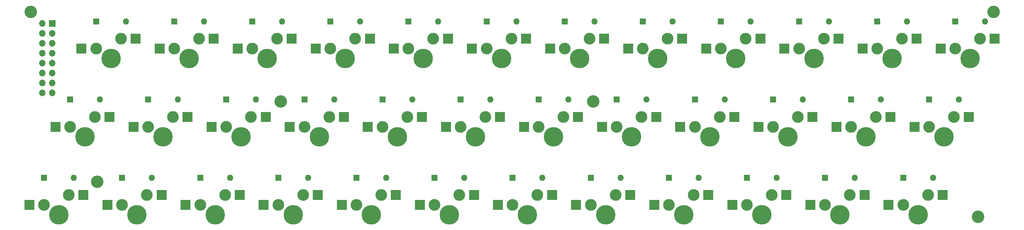
<source format=gbr>
%TF.GenerationSoftware,KiCad,Pcbnew,8.0.6*%
%TF.CreationDate,2026-02-10T22:10:34+01:00*%
%TF.ProjectId,keyboard,6b657962-6f61-4726-942e-6b696361645f,rev?*%
%TF.SameCoordinates,Original*%
%TF.FileFunction,Soldermask,Bot*%
%TF.FilePolarity,Negative*%
%FSLAX46Y46*%
G04 Gerber Fmt 4.6, Leading zero omitted, Abs format (unit mm)*
G04 Created by KiCad (PCBNEW 8.0.6) date 2026-02-10 22:10:34*
%MOMM*%
%LPD*%
G01*
G04 APERTURE LIST*
%ADD10C,3.200000*%
%ADD11R,1.600000X1.600000*%
%ADD12O,1.600000X1.600000*%
%ADD13C,3.000000*%
%ADD14C,5.000000*%
%ADD15R,2.550000X2.500000*%
%ADD16R,1.700000X1.700000*%
%ADD17O,1.700000X1.700000*%
G04 APERTURE END LIST*
D10*
%TO.C,REF\u002A\u002A*%
X272500000Y-85000000D03*
%TD*%
D11*
%TO.C,D27*%
X73356667Y-75000000D03*
D12*
X80976667Y-75000000D03*
%TD*%
D11*
%TO.C,D32*%
X173356667Y-75000000D03*
D12*
X180976667Y-75000000D03*
%TD*%
D13*
%TO.C,SW6*%
X146690000Y-41960000D03*
D14*
X150500000Y-44500000D03*
D13*
X153040000Y-39420000D03*
D15*
X142940000Y-41960000D03*
X156790000Y-39420000D03*
%TD*%
D11*
%TO.C,D10*%
X226690000Y-35000000D03*
D12*
X234310000Y-35000000D03*
%TD*%
D11*
%TO.C,D26*%
X53356667Y-75000000D03*
D12*
X60976667Y-75000000D03*
%TD*%
D13*
%TO.C,SW29*%
X113356667Y-81960000D03*
D14*
X117166667Y-84500000D03*
D13*
X119706667Y-79420000D03*
D15*
X109606667Y-81960000D03*
X123456667Y-79420000D03*
%TD*%
D13*
%TO.C,SW35*%
X233356667Y-81960000D03*
D14*
X237166667Y-84500000D03*
D13*
X239706667Y-79420000D03*
D15*
X229606667Y-81960000D03*
X243456667Y-79420000D03*
%TD*%
D11*
%TO.C,D22*%
X220023333Y-55000000D03*
D12*
X227643333Y-55000000D03*
%TD*%
D13*
%TO.C,SW4*%
X106690000Y-41960000D03*
D14*
X110500000Y-44500000D03*
D13*
X113040000Y-39420000D03*
D15*
X102940000Y-41960000D03*
X116790000Y-39420000D03*
%TD*%
D13*
%TO.C,SW13*%
X40023333Y-61960000D03*
D14*
X43833333Y-64500000D03*
D13*
X46373333Y-59420000D03*
D15*
X36273333Y-61960000D03*
X50123333Y-59420000D03*
%TD*%
D13*
%TO.C,SW1*%
X46690000Y-41960000D03*
D14*
X50500000Y-44500000D03*
D13*
X53040000Y-39420000D03*
D15*
X42940000Y-41960000D03*
X56790000Y-39420000D03*
%TD*%
D13*
%TO.C,SW20*%
X180023333Y-61960000D03*
D14*
X183833333Y-64500000D03*
D13*
X186373333Y-59420000D03*
D15*
X176273333Y-61960000D03*
X190123333Y-59420000D03*
%TD*%
D11*
%TO.C,D13*%
X40023333Y-55000000D03*
D12*
X47643333Y-55000000D03*
%TD*%
D11*
%TO.C,D17*%
X120023333Y-55000000D03*
D12*
X127643333Y-55000000D03*
%TD*%
D11*
%TO.C,D15*%
X80023333Y-55000000D03*
D12*
X87643333Y-55000000D03*
%TD*%
D11*
%TO.C,D3*%
X86690000Y-35000000D03*
D12*
X94310000Y-35000000D03*
%TD*%
D13*
%TO.C,SW5*%
X126690000Y-41960000D03*
D14*
X130500000Y-44500000D03*
D13*
X133040000Y-39420000D03*
D15*
X122940000Y-41960000D03*
X136790000Y-39420000D03*
%TD*%
D13*
%TO.C,SW36*%
X253356667Y-81960000D03*
D14*
X257166667Y-84500000D03*
D13*
X259706667Y-79420000D03*
D15*
X249606667Y-81960000D03*
X263456667Y-79420000D03*
%TD*%
D11*
%TO.C,D21*%
X200023333Y-55000000D03*
D12*
X207643333Y-55000000D03*
%TD*%
D13*
%TO.C,SW12*%
X266690000Y-41960000D03*
D14*
X270500000Y-44500000D03*
D13*
X273040000Y-39420000D03*
D15*
X262940000Y-41960000D03*
X276790000Y-39420000D03*
%TD*%
D13*
%TO.C,SW3*%
X86690000Y-41960000D03*
D14*
X90500000Y-44500000D03*
D13*
X93040000Y-39420000D03*
D15*
X82940000Y-41960000D03*
X96790000Y-39420000D03*
%TD*%
D13*
%TO.C,SW23*%
X240023333Y-61960000D03*
D14*
X243833333Y-64500000D03*
D13*
X246373333Y-59420000D03*
D15*
X236273333Y-61960000D03*
X250123333Y-59420000D03*
%TD*%
D11*
%TO.C,D9*%
X206690000Y-35000000D03*
D12*
X214310000Y-35000000D03*
%TD*%
D13*
%TO.C,SW17*%
X120023333Y-61960000D03*
D14*
X123833333Y-64500000D03*
D13*
X126373333Y-59420000D03*
D15*
X116273333Y-61960000D03*
X130123333Y-59420000D03*
%TD*%
D11*
%TO.C,D12*%
X266690000Y-35000000D03*
D12*
X274310000Y-35000000D03*
%TD*%
D11*
%TO.C,D28*%
X93356667Y-75000000D03*
D12*
X100976667Y-75000000D03*
%TD*%
D13*
%TO.C,SW33*%
X193356667Y-81960000D03*
D14*
X197166667Y-84500000D03*
D13*
X199706667Y-79420000D03*
D15*
X189606667Y-81960000D03*
X203456667Y-79420000D03*
%TD*%
D11*
%TO.C,D1*%
X46690000Y-35000000D03*
D12*
X54310000Y-35000000D03*
%TD*%
D13*
%TO.C,SW18*%
X140023333Y-61960000D03*
D14*
X143833333Y-64500000D03*
D13*
X146373333Y-59420000D03*
D15*
X136273333Y-61960000D03*
X150123333Y-59420000D03*
%TD*%
D11*
%TO.C,D31*%
X153356667Y-75000000D03*
D12*
X160976667Y-75000000D03*
%TD*%
D11*
%TO.C,D33*%
X193356667Y-75000000D03*
D12*
X200976667Y-75000000D03*
%TD*%
D11*
%TO.C,D16*%
X100023333Y-55000000D03*
D12*
X107643333Y-55000000D03*
%TD*%
D11*
%TO.C,D5*%
X126690000Y-35000000D03*
D12*
X134310000Y-35000000D03*
%TD*%
D13*
%TO.C,SW34*%
X213356667Y-81960000D03*
D14*
X217166667Y-84500000D03*
D13*
X219706667Y-79420000D03*
D15*
X209606667Y-81960000D03*
X223456667Y-79420000D03*
%TD*%
D13*
%TO.C,SW26*%
X53356667Y-81960000D03*
D14*
X57166667Y-84500000D03*
D13*
X59706667Y-79420000D03*
D15*
X49606667Y-81960000D03*
X63456667Y-79420000D03*
%TD*%
D11*
%TO.C,D20*%
X180023333Y-55000000D03*
D12*
X187643333Y-55000000D03*
%TD*%
D13*
%TO.C,SW24*%
X260023333Y-61960000D03*
D14*
X263833333Y-64500000D03*
D13*
X266373333Y-59420000D03*
D15*
X256273333Y-61960000D03*
X270123333Y-59420000D03*
%TD*%
D13*
%TO.C,SW21*%
X200023333Y-61960000D03*
D14*
X203833333Y-64500000D03*
D13*
X206373333Y-59420000D03*
D15*
X196273333Y-61960000D03*
X210123333Y-59420000D03*
%TD*%
D13*
%TO.C,SW11*%
X246690000Y-41960000D03*
D14*
X250500000Y-44500000D03*
D13*
X253040000Y-39420000D03*
D15*
X242940000Y-41960000D03*
X256790000Y-39420000D03*
%TD*%
D11*
%TO.C,D25*%
X33356667Y-75000000D03*
D12*
X40976667Y-75000000D03*
%TD*%
D13*
%TO.C,SW27*%
X73356667Y-81960000D03*
D14*
X77166667Y-84500000D03*
D13*
X79706667Y-79420000D03*
D15*
X69606667Y-81960000D03*
X83456667Y-79420000D03*
%TD*%
D11*
%TO.C,D8*%
X186690000Y-35000000D03*
D12*
X194310000Y-35000000D03*
%TD*%
D11*
%TO.C,D18*%
X140023333Y-55000000D03*
D12*
X147643333Y-55000000D03*
%TD*%
D13*
%TO.C,SW2*%
X66690000Y-41960000D03*
D14*
X70500000Y-44500000D03*
D13*
X73040000Y-39420000D03*
D15*
X62940000Y-41960000D03*
X76790000Y-39420000D03*
%TD*%
D13*
%TO.C,SW10*%
X226690000Y-41960000D03*
D14*
X230500000Y-44500000D03*
D13*
X233040000Y-39420000D03*
D15*
X222940000Y-41960000D03*
X236790000Y-39420000D03*
%TD*%
D13*
%TO.C,SW28*%
X93356667Y-81960000D03*
D14*
X97166667Y-84500000D03*
D13*
X99706667Y-79420000D03*
D15*
X89606667Y-81960000D03*
X103456667Y-79420000D03*
%TD*%
D13*
%TO.C,SW32*%
X173356667Y-81960000D03*
D14*
X177166667Y-84500000D03*
D13*
X179706667Y-79420000D03*
D15*
X169606667Y-81960000D03*
X183456667Y-79420000D03*
%TD*%
D13*
%TO.C,SW19*%
X160023333Y-61960000D03*
D14*
X163833333Y-64500000D03*
D13*
X166373333Y-59420000D03*
D15*
X156273333Y-61960000D03*
X170123333Y-59420000D03*
%TD*%
D11*
%TO.C,D11*%
X246690000Y-35000000D03*
D12*
X254310000Y-35000000D03*
%TD*%
D11*
%TO.C,D4*%
X106690000Y-35000000D03*
D12*
X114310000Y-35000000D03*
%TD*%
D11*
%TO.C,D24*%
X260023333Y-55000000D03*
D12*
X267643333Y-55000000D03*
%TD*%
D13*
%TO.C,SW31*%
X153356667Y-81960000D03*
D14*
X157166667Y-84500000D03*
D13*
X159706667Y-79420000D03*
D15*
X149606667Y-81960000D03*
X163456667Y-79420000D03*
%TD*%
D13*
%TO.C,SW30*%
X133356667Y-81960000D03*
D14*
X137166667Y-84500000D03*
D13*
X139706667Y-79420000D03*
D15*
X129606667Y-81960000D03*
X143456667Y-79420000D03*
%TD*%
D11*
%TO.C,D23*%
X240023333Y-55000000D03*
D12*
X247643333Y-55000000D03*
%TD*%
D11*
%TO.C,D36*%
X253356667Y-75000000D03*
D12*
X260976667Y-75000000D03*
%TD*%
D13*
%TO.C,SW22*%
X220023333Y-61960000D03*
D14*
X223833333Y-64500000D03*
D13*
X226373333Y-59420000D03*
D15*
X216273333Y-61960000D03*
X230123333Y-59420000D03*
%TD*%
D13*
%TO.C,SW8*%
X186690000Y-41960000D03*
D14*
X190500000Y-44500000D03*
D13*
X193040000Y-39420000D03*
D15*
X182940000Y-41960000D03*
X196790000Y-39420000D03*
%TD*%
D13*
%TO.C,SW7*%
X166690000Y-41960000D03*
D14*
X170500000Y-44500000D03*
D13*
X173040000Y-39420000D03*
D15*
X162940000Y-41960000D03*
X176790000Y-39420000D03*
%TD*%
D11*
%TO.C,D19*%
X160023333Y-55000000D03*
D12*
X167643333Y-55000000D03*
%TD*%
D13*
%TO.C,SW16*%
X100023333Y-61960000D03*
D14*
X103833333Y-64500000D03*
D13*
X106373333Y-59420000D03*
D15*
X96273333Y-61960000D03*
X110123333Y-59420000D03*
%TD*%
D13*
%TO.C,SW25*%
X33356667Y-81960000D03*
D14*
X37166667Y-84500000D03*
D13*
X39706667Y-79420000D03*
D15*
X29606667Y-81960000D03*
X43456667Y-79420000D03*
%TD*%
D11*
%TO.C,D29*%
X113356667Y-75000000D03*
D12*
X120976667Y-75000000D03*
%TD*%
D11*
%TO.C,D30*%
X133356667Y-75000000D03*
D12*
X140976667Y-75000000D03*
%TD*%
D11*
%TO.C,D6*%
X146690000Y-35000000D03*
D12*
X154310000Y-35000000D03*
%TD*%
D11*
%TO.C,D14*%
X60023333Y-55000000D03*
D12*
X67643333Y-55000000D03*
%TD*%
D11*
%TO.C,D2*%
X66690000Y-35000000D03*
D12*
X74310000Y-35000000D03*
%TD*%
D13*
%TO.C,SW9*%
X206690000Y-41960000D03*
D14*
X210500000Y-44500000D03*
D13*
X213040000Y-39420000D03*
D15*
X202940000Y-41960000D03*
X216790000Y-39420000D03*
%TD*%
D11*
%TO.C,D35*%
X233356667Y-75000000D03*
D12*
X240976667Y-75000000D03*
%TD*%
D11*
%TO.C,D7*%
X166690000Y-35000000D03*
D12*
X174310000Y-35000000D03*
%TD*%
D11*
%TO.C,D34*%
X213356667Y-75000000D03*
D12*
X220976667Y-75000000D03*
%TD*%
D13*
%TO.C,SW14*%
X60023333Y-61960000D03*
D14*
X63833333Y-64500000D03*
D13*
X66373333Y-59420000D03*
D15*
X56273333Y-61960000D03*
X70123333Y-59420000D03*
%TD*%
D13*
%TO.C,SW15*%
X80023333Y-61960000D03*
D14*
X83833333Y-64500000D03*
D13*
X86373333Y-59420000D03*
D15*
X76273333Y-61960000D03*
X90123333Y-59420000D03*
%TD*%
D16*
%TO.C,J1*%
X35500000Y-35460000D03*
D17*
X32960000Y-35460000D03*
X35500000Y-38000000D03*
X32960000Y-38000000D03*
X35500000Y-40540000D03*
X32960000Y-40540000D03*
X35500000Y-43080000D03*
X32960000Y-43080000D03*
X35500000Y-45620000D03*
X32960000Y-45620000D03*
X35500000Y-48160000D03*
X32960000Y-48160000D03*
X35500000Y-50700000D03*
X32960000Y-50700000D03*
X35500000Y-53240000D03*
X32960000Y-53240000D03*
%TD*%
D10*
%TO.C,*%
X94000000Y-55500000D03*
%TD*%
%TO.C,*%
X174000000Y-55500000D03*
%TD*%
%TO.C,*%
X47000000Y-76000000D03*
%TD*%
%TO.C,*%
X30000000Y-32500000D03*
%TD*%
%TO.C,*%
X276500000Y-32500000D03*
%TD*%
M02*

</source>
